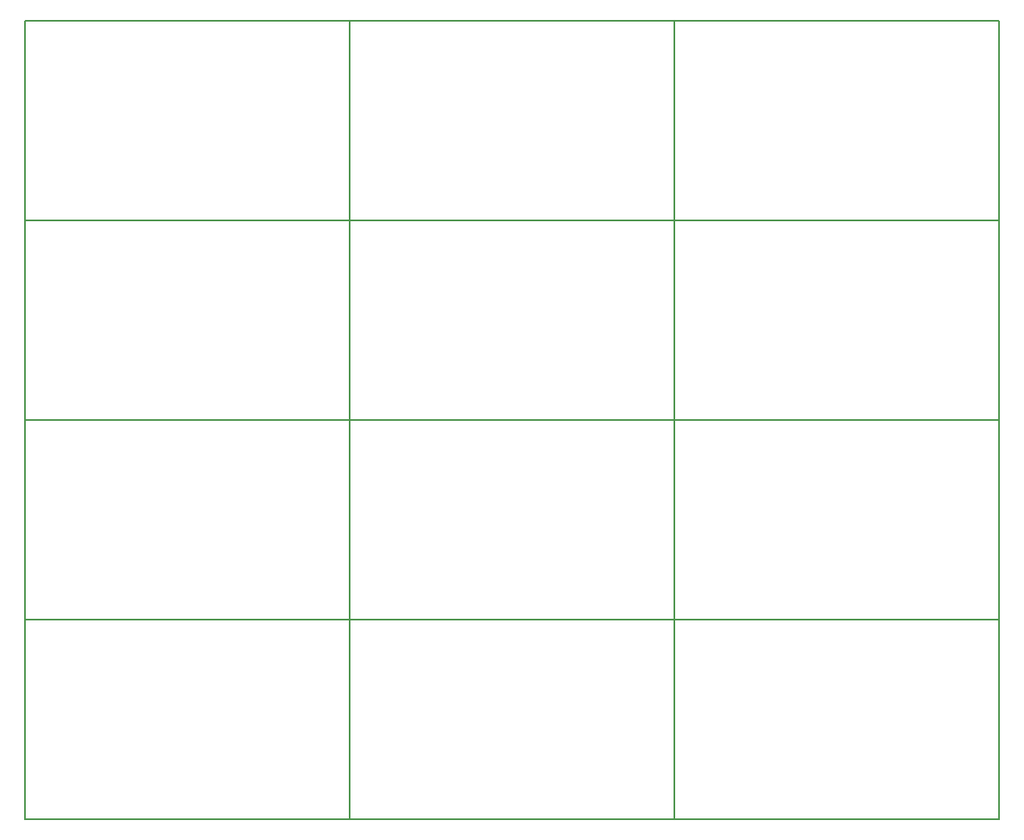
<source format=gm1>
G04 #@! TF.GenerationSoftware,KiCad,Pcbnew,(5.1.5)-3*
G04 #@! TF.CreationDate,2020-05-04T17:21:53+09:00*
G04 #@! TF.ProjectId,bf-002,62662d30-3032-42e6-9b69-6361645f7063,V01L01*
G04 #@! TF.SameCoordinates,Original*
G04 #@! TF.FileFunction,Profile,NP*
%FSLAX46Y46*%
G04 Gerber Fmt 4.6, Leading zero omitted, Abs format (unit mm)*
G04 Created by KiCad (PCBNEW (5.1.5)-3) date 2020-05-04 17:21:53*
%MOMM*%
%LPD*%
G04 APERTURE LIST*
%ADD10C,0.150000*%
G04 APERTURE END LIST*
D10*
X143510000Y-55880000D02*
X143510000Y-35560000D01*
X209550000Y-35560000D02*
X209550000Y-55880000D01*
X176530000Y-35560000D02*
X209550000Y-35560000D01*
X209550000Y-55880000D02*
X176530000Y-55880000D01*
X110490000Y-35560000D02*
X143510000Y-35560000D01*
X176530000Y-55880000D02*
X176530000Y-35560000D01*
X143510000Y-55880000D02*
X110490000Y-55880000D01*
X176530000Y-35560000D02*
X176530000Y-55880000D01*
X110490000Y-55880000D02*
X110490000Y-35560000D01*
X176530000Y-55880000D02*
X143510000Y-55880000D01*
X143510000Y-35560000D02*
X176530000Y-35560000D01*
X143510000Y-35560000D02*
X143510000Y-55880000D01*
X209550000Y-55880000D02*
X209550000Y-76200000D01*
X176530000Y-76200000D02*
X143510000Y-76200000D01*
X176530000Y-55880000D02*
X176530000Y-76200000D01*
X176530000Y-55880000D02*
X209550000Y-55880000D01*
X209550000Y-76200000D02*
X176530000Y-76200000D01*
X143510000Y-76200000D02*
X110490000Y-76200000D01*
X176530000Y-76200000D02*
X176530000Y-55880000D01*
X143510000Y-55880000D02*
X143510000Y-76200000D01*
X110490000Y-76200000D02*
X110490000Y-55880000D01*
X143510000Y-76200000D02*
X143510000Y-55880000D01*
X110490000Y-55880000D02*
X143510000Y-55880000D01*
X143510000Y-55880000D02*
X176530000Y-55880000D01*
X176530000Y-96520000D02*
X143510000Y-96520000D01*
X143510000Y-96520000D02*
X143510000Y-76200000D01*
X176530000Y-76200000D02*
X209550000Y-76200000D01*
X176530000Y-76200000D02*
X176530000Y-96520000D01*
X209550000Y-96520000D02*
X176530000Y-96520000D01*
X143510000Y-76200000D02*
X176530000Y-76200000D01*
X209550000Y-76200000D02*
X209550000Y-96520000D01*
X176530000Y-96520000D02*
X176530000Y-76200000D01*
X110490000Y-96520000D02*
X110490000Y-76200000D01*
X110490000Y-76200000D02*
X143510000Y-76200000D01*
X143510000Y-76200000D02*
X143510000Y-96520000D01*
X143510000Y-96520000D02*
X110490000Y-96520000D01*
X209550000Y-116840000D02*
X176530000Y-116840000D01*
X176530000Y-116840000D02*
X176530000Y-96520000D01*
X209550000Y-96520000D02*
X209550000Y-116840000D01*
X176530000Y-96520000D02*
X209550000Y-96520000D01*
X143510000Y-116840000D02*
X143510000Y-96520000D01*
X143510000Y-96520000D02*
X176530000Y-96520000D01*
X176530000Y-96520000D02*
X176530000Y-116840000D01*
X176530000Y-116840000D02*
X143510000Y-116840000D01*
X110490000Y-116840000D02*
X110490000Y-96520000D01*
X143510000Y-116840000D02*
X110490000Y-116840000D01*
X143510000Y-96520000D02*
X143510000Y-116840000D01*
X110490000Y-96520000D02*
X143510000Y-96520000D01*
M02*

</source>
